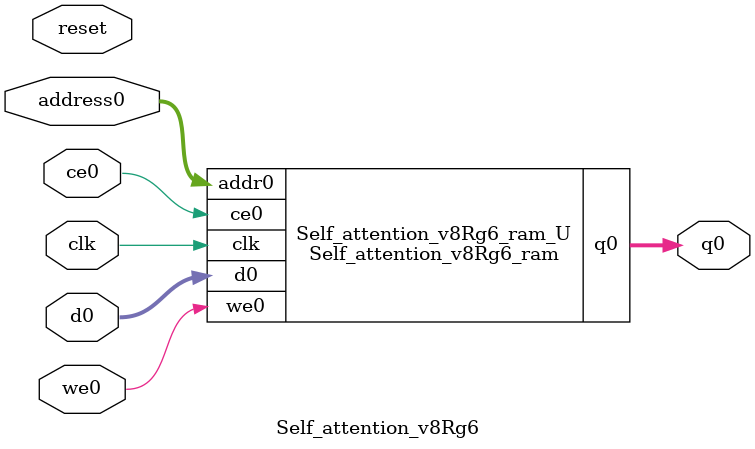
<source format=v>
`timescale 1 ns / 1 ps
module Self_attention_v8Rg6_ram (addr0, ce0, d0, we0, q0,  clk);

parameter DWIDTH = 32;
parameter AWIDTH = 6;
parameter MEM_SIZE = 36;

input[AWIDTH-1:0] addr0;
input ce0;
input[DWIDTH-1:0] d0;
input we0;
output reg[DWIDTH-1:0] q0;
input clk;

(* ram_style = "block" *)reg [DWIDTH-1:0] ram[0:MEM_SIZE-1];




always @(posedge clk)  
begin 
    if (ce0) begin
        if (we0) 
            ram[addr0] <= d0; 
        q0 <= ram[addr0];
    end
end


endmodule

`timescale 1 ns / 1 ps
module Self_attention_v8Rg6(
    reset,
    clk,
    address0,
    ce0,
    we0,
    d0,
    q0);

parameter DataWidth = 32'd32;
parameter AddressRange = 32'd36;
parameter AddressWidth = 32'd6;
input reset;
input clk;
input[AddressWidth - 1:0] address0;
input ce0;
input we0;
input[DataWidth - 1:0] d0;
output[DataWidth - 1:0] q0;



Self_attention_v8Rg6_ram Self_attention_v8Rg6_ram_U(
    .clk( clk ),
    .addr0( address0 ),
    .ce0( ce0 ),
    .we0( we0 ),
    .d0( d0 ),
    .q0( q0 ));

endmodule


</source>
